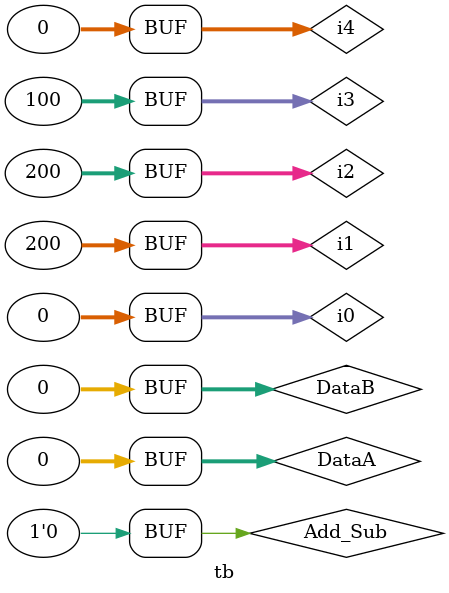
<source format=v>
`timescale 1 ns / 1 ps
module tb;
    reg [31:0] DataA = 32'b0;
    reg [31:0] DataB = 32'b0;
    reg Add_Sub = 0;
    wire [31:0] Result;
    wire Overflow;

    integer i0 = 0, i1 = 0, i2 = 0, i3 = 0, i4 = 0;

    GSR GSR_INST (.GSR(1'b1));
    PUR PUR_INST (.PUR(1'b1));

    add_sub_32_no_outreg u1 (.DataA(DataA), .DataB(DataB), .Add_Sub(Add_Sub), 
        .Result(Result), .Overflow(Overflow)
    );

    initial
    begin
       DataA <= 0;
      for (i1 = 0; i1 < 200; i1 = i1 + 1) begin
        #10;
         DataA <= DataA + 1'b1;
      end
    end
    initial
    begin
       DataB <= 0;
      for (i2 = 0; i2 < 200; i2 = i2 + 1) begin
        #10;
         DataB <= DataB + 1'b1;
      end
    end
    initial
    begin
       Add_Sub <= 1'b1;
      for (i3 = 0; i3 < 100; i3 = i3 + 1) begin
        #10;
      end
       Add_Sub <= 1'b0;
    end
endmodule
</source>
